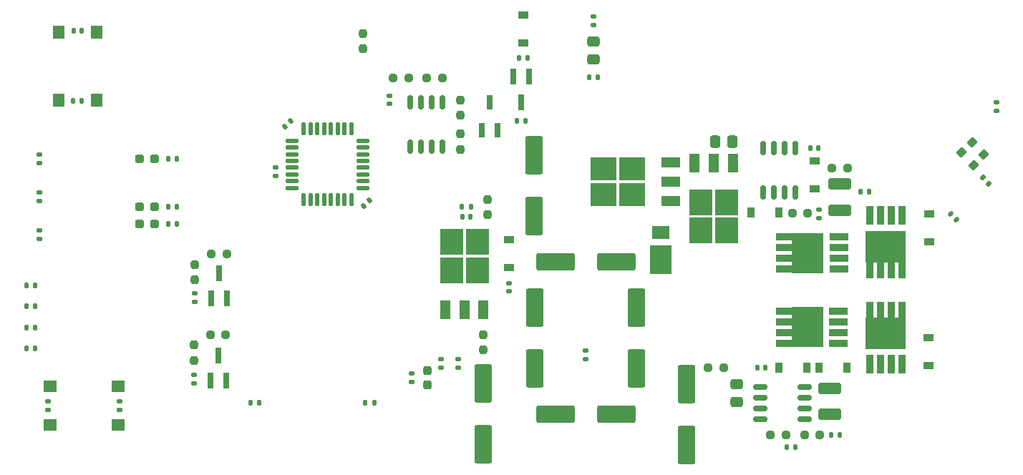
<source format=gbr>
%TF.GenerationSoftware,KiCad,Pcbnew,(6.0.11)*%
%TF.CreationDate,2023-09-13T08:26:01+09:00*%
%TF.ProjectId,MD,4d442e6b-6963-4616-945f-706362585858,rev?*%
%TF.SameCoordinates,Original*%
%TF.FileFunction,Paste,Top*%
%TF.FilePolarity,Positive*%
%FSLAX46Y46*%
G04 Gerber Fmt 4.6, Leading zero omitted, Abs format (unit mm)*
G04 Created by KiCad (PCBNEW (6.0.11)) date 2023-09-13 08:26:01*
%MOMM*%
%LPD*%
G01*
G04 APERTURE LIST*
G04 Aperture macros list*
%AMRoundRect*
0 Rectangle with rounded corners*
0 $1 Rounding radius*
0 $2 $3 $4 $5 $6 $7 $8 $9 X,Y pos of 4 corners*
0 Add a 4 corners polygon primitive as box body*
4,1,4,$2,$3,$4,$5,$6,$7,$8,$9,$2,$3,0*
0 Add four circle primitives for the rounded corners*
1,1,$1+$1,$2,$3*
1,1,$1+$1,$4,$5*
1,1,$1+$1,$6,$7*
1,1,$1+$1,$8,$9*
0 Add four rect primitives between the rounded corners*
20,1,$1+$1,$2,$3,$4,$5,0*
20,1,$1+$1,$4,$5,$6,$7,0*
20,1,$1+$1,$6,$7,$8,$9,0*
20,1,$1+$1,$8,$9,$2,$3,0*%
G04 Aperture macros list end*
%ADD10RoundRect,0.125000X-0.625000X-0.125000X0.625000X-0.125000X0.625000X0.125000X-0.625000X0.125000X0*%
%ADD11RoundRect,0.125000X-0.125000X-0.625000X0.125000X-0.625000X0.125000X0.625000X-0.125000X0.625000X0*%
%ADD12RoundRect,0.250001X0.799999X-1.999999X0.799999X1.999999X-0.799999X1.999999X-0.799999X-1.999999X0*%
%ADD13R,0.900000X1.200000*%
%ADD14RoundRect,0.135000X-0.226274X-0.035355X-0.035355X-0.226274X0.226274X0.035355X0.035355X0.226274X0*%
%ADD15RoundRect,0.135000X-0.135000X-0.185000X0.135000X-0.185000X0.135000X0.185000X-0.135000X0.185000X0*%
%ADD16RoundRect,0.140000X-0.170000X0.140000X-0.170000X-0.140000X0.170000X-0.140000X0.170000X0.140000X0*%
%ADD17RoundRect,0.135000X0.185000X-0.135000X0.185000X0.135000X-0.185000X0.135000X-0.185000X-0.135000X0*%
%ADD18RoundRect,0.250001X1.999999X0.799999X-1.999999X0.799999X-1.999999X-0.799999X1.999999X-0.799999X0*%
%ADD19RoundRect,0.135000X0.135000X0.185000X-0.135000X0.185000X-0.135000X-0.185000X0.135000X-0.185000X0*%
%ADD20RoundRect,0.237500X-0.250000X-0.237500X0.250000X-0.237500X0.250000X0.237500X-0.250000X0.237500X0*%
%ADD21RoundRect,0.250000X1.100000X-0.412500X1.100000X0.412500X-1.100000X0.412500X-1.100000X-0.412500X0*%
%ADD22R,1.200000X0.900000*%
%ADD23R,1.600000X1.400000*%
%ADD24RoundRect,0.237500X-0.287500X-0.237500X0.287500X-0.237500X0.287500X0.237500X-0.287500X0.237500X0*%
%ADD25RoundRect,0.140000X0.170000X-0.140000X0.170000X0.140000X-0.170000X0.140000X-0.170000X-0.140000X0*%
%ADD26R,3.050000X2.750000*%
%ADD27R,2.200000X1.200000*%
%ADD28RoundRect,0.237500X0.237500X-0.250000X0.237500X0.250000X-0.237500X0.250000X-0.237500X-0.250000X0*%
%ADD29RoundRect,0.140000X0.021213X-0.219203X0.219203X-0.021213X-0.021213X0.219203X-0.219203X0.021213X0*%
%ADD30RoundRect,0.250001X-0.799999X1.999999X-0.799999X-1.999999X0.799999X-1.999999X0.799999X1.999999X0*%
%ADD31RoundRect,0.250000X-0.475000X0.337500X-0.475000X-0.337500X0.475000X-0.337500X0.475000X0.337500X0*%
%ADD32RoundRect,0.237500X0.035355X0.371231X-0.371231X-0.035355X-0.035355X-0.371231X0.371231X0.035355X0*%
%ADD33R,1.400000X1.600000*%
%ADD34R,2.225000X0.850000*%
%ADD35R,3.750000X4.700000*%
%ADD36R,1.825000X0.850000*%
%ADD37RoundRect,0.250000X-1.100000X0.412500X-1.100000X-0.412500X1.100000X-0.412500X1.100000X0.412500X0*%
%ADD38RoundRect,0.237500X-0.237500X0.250000X-0.237500X-0.250000X0.237500X-0.250000X0.237500X0.250000X0*%
%ADD39RoundRect,0.150000X-0.150000X0.675000X-0.150000X-0.675000X0.150000X-0.675000X0.150000X0.675000X0*%
%ADD40RoundRect,0.237500X0.250000X0.237500X-0.250000X0.237500X-0.250000X-0.237500X0.250000X-0.237500X0*%
%ADD41RoundRect,0.237500X-0.035355X-0.371231X0.371231X0.035355X0.035355X0.371231X-0.371231X-0.035355X0*%
%ADD42R,0.800000X1.900000*%
%ADD43RoundRect,0.150000X0.150000X-0.675000X0.150000X0.675000X-0.150000X0.675000X-0.150000X-0.675000X0*%
%ADD44R,0.850000X2.225000*%
%ADD45R,0.850000X1.825000*%
%ADD46R,4.700000X3.750000*%
%ADD47RoundRect,0.135000X-0.185000X0.135000X-0.185000X-0.135000X0.185000X-0.135000X0.185000X0.135000X0*%
%ADD48RoundRect,0.140000X0.140000X0.170000X-0.140000X0.170000X-0.140000X-0.170000X0.140000X-0.170000X0*%
%ADD49R,2.750000X3.050000*%
%ADD50R,1.200000X2.200000*%
%ADD51RoundRect,0.140000X-0.021213X0.219203X-0.219203X0.021213X0.021213X-0.219203X0.219203X-0.021213X0*%
%ADD52RoundRect,0.140000X-0.219203X-0.021213X-0.021213X-0.219203X0.219203X0.021213X0.021213X0.219203X0*%
%ADD53RoundRect,0.237500X0.237500X-0.287500X0.237500X0.287500X-0.237500X0.287500X-0.237500X-0.287500X0*%
%ADD54RoundRect,0.150000X-0.675000X-0.150000X0.675000X-0.150000X0.675000X0.150000X-0.675000X0.150000X0*%
%ADD55RoundRect,0.250001X-1.999999X-0.799999X1.999999X-0.799999X1.999999X0.799999X-1.999999X0.799999X0*%
%ADD56R,2.600000X3.400000*%
%ADD57R,2.000000X1.500000*%
%ADD58RoundRect,0.140000X-0.140000X-0.170000X0.140000X-0.170000X0.140000X0.170000X-0.140000X0.170000X0*%
%ADD59RoundRect,0.250000X-0.337500X-0.475000X0.337500X-0.475000X0.337500X0.475000X-0.337500X0.475000X0*%
%ADD60R,0.800000X1.800000*%
G04 APERTURE END LIST*
D10*
%TO.C,U2*%
X133913400Y-94602675D03*
X133913400Y-95402675D03*
X133913400Y-96202675D03*
X133913400Y-97002675D03*
X133913400Y-97802675D03*
X133913400Y-98602675D03*
X133913400Y-99402675D03*
X133913400Y-100202675D03*
D11*
X135288400Y-101577675D03*
X136088400Y-101577675D03*
X136888400Y-101577675D03*
X137688400Y-101577675D03*
X138488400Y-101577675D03*
X139288400Y-101577675D03*
X140088400Y-101577675D03*
X140888400Y-101577675D03*
D10*
X142263400Y-100202675D03*
X142263400Y-99402675D03*
X142263400Y-98602675D03*
X142263400Y-97802675D03*
X142263400Y-97002675D03*
X142263400Y-96202675D03*
X142263400Y-95402675D03*
X142263400Y-94602675D03*
D11*
X140888400Y-93227675D03*
X140088400Y-93227675D03*
X139288400Y-93227675D03*
X138488400Y-93227675D03*
X137688400Y-93227675D03*
X136888400Y-93227675D03*
X136088400Y-93227675D03*
X135288400Y-93227675D03*
%TD*%
D12*
%TO.C,C32*%
X162520000Y-103560000D03*
X162520000Y-96360000D03*
%TD*%
D13*
%TO.C,D15*%
X196250000Y-121450000D03*
X199550000Y-121450000D03*
%TD*%
D14*
%TO.C,R62*%
X215578752Y-98968752D03*
X216300000Y-99690000D03*
%TD*%
D15*
%TO.C,R7*%
X102510000Y-111710000D03*
X103530000Y-111710000D03*
%TD*%
D16*
%TO.C,C11*%
X131920000Y-97800000D03*
X131920000Y-98760000D03*
%TD*%
D15*
%TO.C,R10*%
X102510000Y-114210000D03*
X103530000Y-114210000D03*
%TD*%
D17*
%TO.C,R35*%
X122350000Y-113680000D03*
X122350000Y-112660000D03*
%TD*%
D18*
%TO.C,C13*%
X172220000Y-108982500D03*
X165020000Y-108982500D03*
%TD*%
D16*
%TO.C,C29*%
X217180000Y-90090000D03*
X217180000Y-91050000D03*
%TD*%
D19*
%TO.C,R53*%
X202130000Y-100640000D03*
X201110000Y-100640000D03*
%TD*%
D15*
%TO.C,R5*%
X169020000Y-87060000D03*
X170040000Y-87060000D03*
%TD*%
D17*
%TO.C,R1*%
X105020000Y-126470000D03*
X105020000Y-125450000D03*
%TD*%
D20*
%TO.C,R37*%
X124245000Y-117610000D03*
X126070000Y-117610000D03*
%TD*%
D17*
%TO.C,R2*%
X104020000Y-101720000D03*
X104020000Y-100700000D03*
%TD*%
D21*
%TO.C,C24*%
X198670000Y-102847500D03*
X198670000Y-99722500D03*
%TD*%
D20*
%TO.C,R47*%
X197757500Y-97885000D03*
X199582500Y-97885000D03*
%TD*%
D16*
%TO.C,C10*%
X151520000Y-120480000D03*
X151520000Y-121440000D03*
%TD*%
D22*
%TO.C,D18*%
X209220000Y-106535000D03*
X209220000Y-103235000D03*
%TD*%
D17*
%TO.C,R18*%
X153520000Y-121470000D03*
X153520000Y-120450000D03*
%TD*%
D15*
%TO.C,R12*%
X102510000Y-119210000D03*
X103530000Y-119210000D03*
%TD*%
%TO.C,R41*%
X128970000Y-125620000D03*
X129990000Y-125620000D03*
%TD*%
D17*
%TO.C,R29*%
X148060000Y-123172500D03*
X148060000Y-122152500D03*
%TD*%
D19*
%TO.C,R50*%
X193410000Y-130850000D03*
X192390000Y-130850000D03*
%TD*%
D23*
%TO.C,SW3*%
X105320000Y-123710000D03*
X113320000Y-123710000D03*
X113320000Y-128210000D03*
X105320000Y-128210000D03*
%TD*%
D24*
%TO.C,D3*%
X115895000Y-102440000D03*
X117645000Y-102440000D03*
%TD*%
D16*
%TO.C,C26*%
X145410000Y-89298656D03*
X145410000Y-90258656D03*
%TD*%
D15*
%TO.C,R15*%
X108010000Y-89930000D03*
X109030000Y-89930000D03*
%TD*%
D25*
%TO.C,C1*%
X113520000Y-126440000D03*
X113520000Y-125480000D03*
%TD*%
D15*
%TO.C,R9*%
X119260000Y-104480000D03*
X120280000Y-104480000D03*
%TD*%
D26*
%TO.C,Q1*%
X174095000Y-97935000D03*
X170745000Y-100985000D03*
X170745000Y-97935000D03*
X174095000Y-100985000D03*
D27*
X178720000Y-101740000D03*
X178720000Y-99460000D03*
X178720000Y-97180000D03*
%TD*%
D28*
%TO.C,R56*%
X153770000Y-95622500D03*
X153770000Y-93797500D03*
%TD*%
D29*
%TO.C,C7*%
X133050589Y-92979411D03*
X133729411Y-92300589D03*
%TD*%
D30*
%TO.C,C16*%
X174620000Y-114382500D03*
X174620000Y-121582500D03*
%TD*%
D31*
%TO.C,C2*%
X169550000Y-82882500D03*
X169550000Y-84957500D03*
%TD*%
D24*
%TO.C,D6*%
X115895000Y-96710000D03*
X117645000Y-96710000D03*
%TD*%
D32*
%TO.C,D22*%
X215709999Y-96270001D03*
X214472563Y-97507437D03*
%TD*%
D33*
%TO.C,SW7*%
X110770000Y-81780000D03*
X110770000Y-89780000D03*
X106270000Y-81780000D03*
X106270000Y-89780000D03*
%TD*%
D34*
%TO.C,Q14*%
X198537500Y-118555000D03*
X198537500Y-117285000D03*
X198537500Y-116015000D03*
X198537500Y-114745000D03*
D35*
X194850000Y-116650000D03*
D36*
X192062500Y-116015000D03*
X192062500Y-117285000D03*
X192062500Y-114745000D03*
X192062500Y-118555000D03*
%TD*%
D37*
%TO.C,C23*%
X197500000Y-123887500D03*
X197500000Y-127012500D03*
%TD*%
D17*
%TO.C,R14*%
X168620000Y-120470000D03*
X168620000Y-119450000D03*
%TD*%
D19*
%TO.C,R51*%
X198710000Y-129450000D03*
X197690000Y-129450000D03*
%TD*%
D38*
%TO.C,R31*%
X122270000Y-118797500D03*
X122270000Y-120622500D03*
%TD*%
D39*
%TO.C,U8*%
X193425000Y-95460000D03*
X192155000Y-95460000D03*
X190885000Y-95460000D03*
X189615000Y-95460000D03*
X189615000Y-100710000D03*
X190885000Y-100710000D03*
X192155000Y-100710000D03*
X193425000Y-100710000D03*
%TD*%
D40*
%TO.C,R63*%
X184932500Y-121460000D03*
X183107500Y-121460000D03*
%TD*%
D41*
%TO.C,D21*%
X213060118Y-96020745D03*
X214297554Y-94783309D03*
%TD*%
D42*
%TO.C,Q2*%
X161930000Y-87040000D03*
X160030000Y-87040000D03*
X160980000Y-90040000D03*
%TD*%
D38*
%TO.C,R65*%
X156520000Y-117547500D03*
X156520000Y-119372500D03*
%TD*%
D34*
%TO.C,Q16*%
X198557500Y-109790000D03*
X198557500Y-108520000D03*
X198557500Y-107250000D03*
X198557500Y-105980000D03*
D36*
X192082500Y-108520000D03*
X192082500Y-107250000D03*
X192082500Y-109790000D03*
D35*
X194870000Y-107885000D03*
D36*
X192082500Y-105980000D03*
%TD*%
D43*
%TO.C,U10*%
X147865000Y-95335000D03*
X149135000Y-95335000D03*
X150405000Y-95335000D03*
X151675000Y-95335000D03*
X151675000Y-90085000D03*
X150405000Y-90085000D03*
X149135000Y-90085000D03*
X147865000Y-90085000D03*
%TD*%
D44*
%TO.C,Q15*%
X202195000Y-121087500D03*
X203465000Y-121087500D03*
X204735000Y-121087500D03*
X206005000Y-121087500D03*
D45*
X203465000Y-114612500D03*
X202195000Y-114612500D03*
X204735000Y-114612500D03*
D46*
X204100000Y-117400000D03*
D45*
X206005000Y-114612500D03*
%TD*%
D47*
%TO.C,R52*%
X196220000Y-102775000D03*
X196220000Y-103795000D03*
%TD*%
D22*
%TO.C,D1*%
X161260000Y-83040000D03*
X161260000Y-79740000D03*
%TD*%
D20*
%TO.C,R38*%
X124337500Y-107970000D03*
X126162500Y-107970000D03*
%TD*%
D48*
%TO.C,C20*%
X189880000Y-121450000D03*
X188920000Y-121450000D03*
%TD*%
D38*
%TO.C,R32*%
X122350000Y-109257500D03*
X122350000Y-111082500D03*
%TD*%
D20*
%TO.C,R46*%
X193057500Y-103185000D03*
X194882500Y-103185000D03*
%TD*%
D44*
%TO.C,Q17*%
X206025000Y-103447500D03*
X204755000Y-103447500D03*
X203485000Y-103447500D03*
X202215000Y-103447500D03*
D45*
X204755000Y-109922500D03*
D46*
X204120000Y-107135000D03*
D45*
X203485000Y-109922500D03*
X202215000Y-109922500D03*
X206025000Y-109922500D03*
%TD*%
D19*
%TO.C,R40*%
X143600000Y-125610000D03*
X142580000Y-125610000D03*
%TD*%
D22*
%TO.C,D13*%
X195670000Y-100335000D03*
X195670000Y-97035000D03*
%TD*%
D49*
%TO.C,U3*%
X155795000Y-109960000D03*
X152745000Y-106610000D03*
X152745000Y-109960000D03*
X155795000Y-106610000D03*
D50*
X151990000Y-114585000D03*
X154270000Y-114585000D03*
X156550000Y-114585000D03*
%TD*%
D17*
%TO.C,R17*%
X104040000Y-97230000D03*
X104040000Y-96210000D03*
%TD*%
D16*
%TO.C,C14*%
X159520000Y-111480000D03*
X159520000Y-112440000D03*
%TD*%
D40*
%TO.C,R58*%
X151682500Y-87210000D03*
X149857500Y-87210000D03*
%TD*%
D31*
%TO.C,C18*%
X186510000Y-123452500D03*
X186510000Y-125527500D03*
%TD*%
D15*
%TO.C,R8*%
X119260000Y-102440000D03*
X120280000Y-102440000D03*
%TD*%
D38*
%TO.C,R60*%
X142320000Y-81897500D03*
X142320000Y-83722500D03*
%TD*%
D48*
%TO.C,C15*%
X155020000Y-103600000D03*
X154060000Y-103600000D03*
%TD*%
D51*
%TO.C,C9*%
X143038147Y-101645315D03*
X142359325Y-102324137D03*
%TD*%
D22*
%TO.C,D16*%
X209200000Y-117900000D03*
X209200000Y-121200000D03*
%TD*%
D20*
%TO.C,R45*%
X194487500Y-129450000D03*
X196312500Y-129450000D03*
%TD*%
D49*
%TO.C,Q3*%
X182270000Y-105235000D03*
X182270000Y-101885000D03*
X185320000Y-105235000D03*
X185320000Y-101885000D03*
D50*
X186075000Y-97260000D03*
X183795000Y-97260000D03*
X181515000Y-97260000D03*
%TD*%
D19*
%TO.C,R13*%
X161790000Y-84770000D03*
X160770000Y-84770000D03*
%TD*%
D42*
%TO.C,Q9*%
X124220000Y-123010000D03*
X126120000Y-123010000D03*
X125170000Y-120010000D03*
%TD*%
D19*
%TO.C,R6*%
X161510000Y-92240000D03*
X160490000Y-92240000D03*
%TD*%
D52*
%TO.C,C28*%
X211820589Y-103300589D03*
X212499411Y-103979411D03*
%TD*%
D15*
%TO.C,R30*%
X154010000Y-102460000D03*
X155030000Y-102460000D03*
%TD*%
D13*
%TO.C,D12*%
X194750000Y-121450000D03*
X191450000Y-121450000D03*
%TD*%
D28*
%TO.C,R66*%
X157020000Y-103372500D03*
X157020000Y-101547500D03*
%TD*%
D24*
%TO.C,D4*%
X115895000Y-104480000D03*
X117645000Y-104480000D03*
%TD*%
D48*
%TO.C,C8*%
X109000000Y-81600000D03*
X108040000Y-81600000D03*
%TD*%
D15*
%TO.C,R11*%
X102510000Y-116710000D03*
X103530000Y-116710000D03*
%TD*%
%TO.C,R16*%
X119260000Y-96710000D03*
X120280000Y-96710000D03*
%TD*%
D53*
%TO.C,D11*%
X149940000Y-123535000D03*
X149940000Y-121785000D03*
%TD*%
D28*
%TO.C,R57*%
X153770000Y-91622500D03*
X153770000Y-89797500D03*
%TD*%
D17*
%TO.C,R3*%
X104020000Y-106220000D03*
X104020000Y-105200000D03*
%TD*%
D54*
%TO.C,U7*%
X189275000Y-123745000D03*
X189275000Y-125015000D03*
X189275000Y-126285000D03*
X189275000Y-127555000D03*
X194525000Y-127555000D03*
X194525000Y-126285000D03*
X194525000Y-125015000D03*
X194525000Y-123745000D03*
%TD*%
D17*
%TO.C,R4*%
X169530000Y-80950000D03*
X169530000Y-79930000D03*
%TD*%
D40*
%TO.C,R59*%
X147682500Y-87210000D03*
X145857500Y-87210000D03*
%TD*%
D55*
%TO.C,C5*%
X165020000Y-126982500D03*
X172220000Y-126982500D03*
%TD*%
D30*
%TO.C,C30*%
X162620000Y-114382500D03*
X162620000Y-121582500D03*
%TD*%
D56*
%TO.C,D2*%
X177520000Y-108670000D03*
D57*
X177520000Y-105450000D03*
%TD*%
D58*
%TO.C,C21*%
X195190000Y-95485000D03*
X196150000Y-95485000D03*
%TD*%
D30*
%TO.C,C4*%
X180520000Y-123382500D03*
X180520000Y-130582500D03*
%TD*%
D22*
%TO.C,D7*%
X159520000Y-109610000D03*
X159520000Y-106310000D03*
%TD*%
D42*
%TO.C,Q10*%
X124300000Y-113270000D03*
X126200000Y-113270000D03*
X125250000Y-110270000D03*
%TD*%
D20*
%TO.C,R44*%
X190487500Y-129450000D03*
X192312500Y-129450000D03*
%TD*%
D17*
%TO.C,R34*%
X122270000Y-123320000D03*
X122270000Y-122300000D03*
%TD*%
D59*
%TO.C,C17*%
X183912500Y-94700000D03*
X185987500Y-94700000D03*
%TD*%
D30*
%TO.C,C31*%
X156520000Y-123360000D03*
X156520000Y-130560000D03*
%TD*%
D60*
%TO.C,Q13*%
X156320000Y-93360000D03*
X158220000Y-93360000D03*
X157270000Y-90060000D03*
%TD*%
D13*
%TO.C,D17*%
X188170000Y-103085000D03*
X191470000Y-103085000D03*
%TD*%
M02*

</source>
